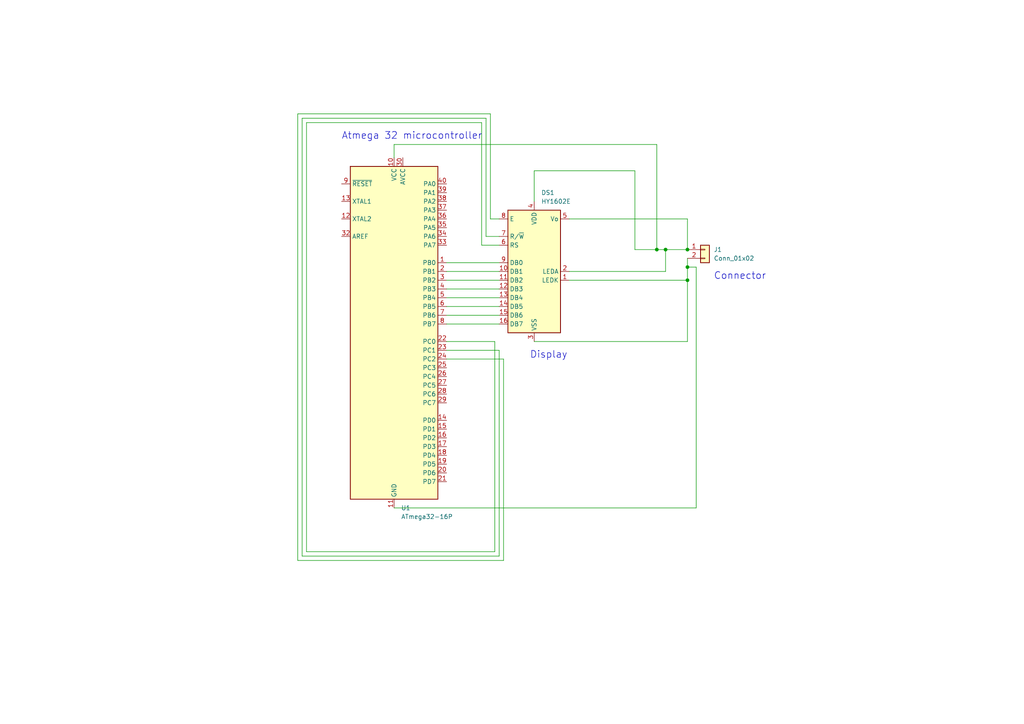
<source format=kicad_sch>
(kicad_sch (version 20211123) (generator eeschema)

  (uuid 5560de18-83fb-46a1-9198-223ad0de843c)

  (paper "A4")

  (title_block
    (title "Display")
    (company "Group 13")
  )

  (lib_symbols
    (symbol "Connector_Generic:Conn_01x02" (pin_names (offset 1.016) hide) (in_bom yes) (on_board yes)
      (property "Reference" "J" (id 0) (at 0 2.54 0)
        (effects (font (size 1.27 1.27)))
      )
      (property "Value" "Conn_01x02" (id 1) (at 0 -5.08 0)
        (effects (font (size 1.27 1.27)))
      )
      (property "Footprint" "" (id 2) (at 0 0 0)
        (effects (font (size 1.27 1.27)) hide)
      )
      (property "Datasheet" "~" (id 3) (at 0 0 0)
        (effects (font (size 1.27 1.27)) hide)
      )
      (property "ki_keywords" "connector" (id 4) (at 0 0 0)
        (effects (font (size 1.27 1.27)) hide)
      )
      (property "ki_description" "Generic connector, single row, 01x02, script generated (kicad-library-utils/schlib/autogen/connector/)" (id 5) (at 0 0 0)
        (effects (font (size 1.27 1.27)) hide)
      )
      (property "ki_fp_filters" "Connector*:*_1x??_*" (id 6) (at 0 0 0)
        (effects (font (size 1.27 1.27)) hide)
      )
      (symbol "Conn_01x02_1_1"
        (rectangle (start -1.27 -2.413) (end 0 -2.667)
          (stroke (width 0.1524) (type default) (color 0 0 0 0))
          (fill (type none))
        )
        (rectangle (start -1.27 0.127) (end 0 -0.127)
          (stroke (width 0.1524) (type default) (color 0 0 0 0))
          (fill (type none))
        )
        (rectangle (start -1.27 1.27) (end 1.27 -3.81)
          (stroke (width 0.254) (type default) (color 0 0 0 0))
          (fill (type background))
        )
        (pin passive line (at -5.08 0 0) (length 3.81)
          (name "Pin_1" (effects (font (size 1.27 1.27))))
          (number "1" (effects (font (size 1.27 1.27))))
        )
        (pin passive line (at -5.08 -2.54 0) (length 3.81)
          (name "Pin_2" (effects (font (size 1.27 1.27))))
          (number "2" (effects (font (size 1.27 1.27))))
        )
      )
    )
    (symbol "Display_Character:HY1602E" (in_bom yes) (on_board yes)
      (property "Reference" "DS" (id 0) (at -6.096 19.05 0)
        (effects (font (size 1.27 1.27)))
      )
      (property "Value" "HY1602E" (id 1) (at 5.08 19.05 0)
        (effects (font (size 1.27 1.27)))
      )
      (property "Footprint" "Display:HY1602E" (id 2) (at 0 -22.86 0)
        (effects (font (size 1.27 1.27) italic) hide)
      )
      (property "Datasheet" "http://www.icbank.com/data/ICBShop/board/HY1602E.pdf" (id 3) (at 5.08 2.54 0)
        (effects (font (size 1.27 1.27)) hide)
      )
      (property "ki_keywords" "display LCD 7-segment" (id 4) (at 0 0 0)
        (effects (font (size 1.27 1.27)) hide)
      )
      (property "ki_description" "LCD 16x2 Alphanumeric 16pin Blue/Yellow/Green Backlight, 8bit parallel, 5V VDD" (id 5) (at 0 0 0)
        (effects (font (size 1.27 1.27)) hide)
      )
      (property "ki_fp_filters" "*HY1602E*" (id 6) (at 0 0 0)
        (effects (font (size 1.27 1.27)) hide)
      )
      (symbol "HY1602E_0_1"
        (rectangle (start -7.62 17.78) (end 7.62 -17.78)
          (stroke (width 0.254) (type default) (color 0 0 0 0))
          (fill (type background))
        )
      )
      (symbol "HY1602E_1_1"
        (pin passive line (at 10.16 -2.54 180) (length 2.54)
          (name "LEDK" (effects (font (size 1.27 1.27))))
          (number "1" (effects (font (size 1.27 1.27))))
        )
        (pin bidirectional line (at -10.16 0 0) (length 2.54)
          (name "DB1" (effects (font (size 1.27 1.27))))
          (number "10" (effects (font (size 1.27 1.27))))
        )
        (pin bidirectional line (at -10.16 -2.54 0) (length 2.54)
          (name "DB2" (effects (font (size 1.27 1.27))))
          (number "11" (effects (font (size 1.27 1.27))))
        )
        (pin bidirectional line (at -10.16 -5.08 0) (length 2.54)
          (name "DB3" (effects (font (size 1.27 1.27))))
          (number "12" (effects (font (size 1.27 1.27))))
        )
        (pin bidirectional line (at -10.16 -7.62 0) (length 2.54)
          (name "DB4" (effects (font (size 1.27 1.27))))
          (number "13" (effects (font (size 1.27 1.27))))
        )
        (pin bidirectional line (at -10.16 -10.16 0) (length 2.54)
          (name "DB5" (effects (font (size 1.27 1.27))))
          (number "14" (effects (font (size 1.27 1.27))))
        )
        (pin bidirectional line (at -10.16 -12.7 0) (length 2.54)
          (name "DB6" (effects (font (size 1.27 1.27))))
          (number "15" (effects (font (size 1.27 1.27))))
        )
        (pin bidirectional line (at -10.16 -15.24 0) (length 2.54)
          (name "DB7" (effects (font (size 1.27 1.27))))
          (number "16" (effects (font (size 1.27 1.27))))
        )
        (pin passive line (at 10.16 0 180) (length 2.54)
          (name "LEDA" (effects (font (size 1.27 1.27))))
          (number "2" (effects (font (size 1.27 1.27))))
        )
        (pin power_in line (at 0 -20.32 90) (length 2.54)
          (name "VSS" (effects (font (size 1.27 1.27))))
          (number "3" (effects (font (size 1.27 1.27))))
        )
        (pin power_in line (at 0 20.32 270) (length 2.54)
          (name "VDD" (effects (font (size 1.27 1.27))))
          (number "4" (effects (font (size 1.27 1.27))))
        )
        (pin input line (at 10.16 15.24 180) (length 2.54)
          (name "Vo" (effects (font (size 1.27 1.27))))
          (number "5" (effects (font (size 1.27 1.27))))
        )
        (pin input line (at -10.16 7.62 0) (length 2.54)
          (name "RS" (effects (font (size 1.27 1.27))))
          (number "6" (effects (font (size 1.27 1.27))))
        )
        (pin input line (at -10.16 10.16 0) (length 2.54)
          (name "R/~{W}" (effects (font (size 1.27 1.27))))
          (number "7" (effects (font (size 1.27 1.27))))
        )
        (pin input line (at -10.16 15.24 0) (length 2.54)
          (name "E" (effects (font (size 1.27 1.27))))
          (number "8" (effects (font (size 1.27 1.27))))
        )
        (pin bidirectional line (at -10.16 2.54 0) (length 2.54)
          (name "DB0" (effects (font (size 1.27 1.27))))
          (number "9" (effects (font (size 1.27 1.27))))
        )
      )
    )
    (symbol "MCU_Microchip_ATmega:ATmega32-16P" (in_bom yes) (on_board yes)
      (property "Reference" "U" (id 0) (at -12.7 49.53 0)
        (effects (font (size 1.27 1.27)) (justify left bottom))
      )
      (property "Value" "ATmega32-16P" (id 1) (at 2.54 -49.53 0)
        (effects (font (size 1.27 1.27)) (justify left top))
      )
      (property "Footprint" "Package_DIP:DIP-40_W15.24mm" (id 2) (at 0 0 0)
        (effects (font (size 1.27 1.27) italic) hide)
      )
      (property "Datasheet" "http://ww1.microchip.com/downloads/en/DeviceDoc/doc2503.pdf" (id 3) (at 0 0 0)
        (effects (font (size 1.27 1.27)) hide)
      )
      (property "ki_keywords" "AVR 8bit Microcontroller MegaAVR" (id 4) (at 0 0 0)
        (effects (font (size 1.27 1.27)) hide)
      )
      (property "ki_description" "16MHz, 32kB Flash, 2kB SRAM, 1kB EEPROM, JTAG, DIP-40" (id 5) (at 0 0 0)
        (effects (font (size 1.27 1.27)) hide)
      )
      (property "ki_fp_filters" "DIP*W15.24mm*" (id 6) (at 0 0 0)
        (effects (font (size 1.27 1.27)) hide)
      )
      (symbol "ATmega32-16P_0_1"
        (rectangle (start -12.7 -48.26) (end 12.7 48.26)
          (stroke (width 0.254) (type default) (color 0 0 0 0))
          (fill (type background))
        )
      )
      (symbol "ATmega32-16P_1_1"
        (pin bidirectional line (at 15.24 20.32 180) (length 2.54)
          (name "PB0" (effects (font (size 1.27 1.27))))
          (number "1" (effects (font (size 1.27 1.27))))
        )
        (pin power_in line (at 0 50.8 270) (length 2.54)
          (name "VCC" (effects (font (size 1.27 1.27))))
          (number "10" (effects (font (size 1.27 1.27))))
        )
        (pin power_in line (at 0 -50.8 90) (length 2.54)
          (name "GND" (effects (font (size 1.27 1.27))))
          (number "11" (effects (font (size 1.27 1.27))))
        )
        (pin output line (at -15.24 33.02 0) (length 2.54)
          (name "XTAL2" (effects (font (size 1.27 1.27))))
          (number "12" (effects (font (size 1.27 1.27))))
        )
        (pin input line (at -15.24 38.1 0) (length 2.54)
          (name "XTAL1" (effects (font (size 1.27 1.27))))
          (number "13" (effects (font (size 1.27 1.27))))
        )
        (pin bidirectional line (at 15.24 -25.4 180) (length 2.54)
          (name "PD0" (effects (font (size 1.27 1.27))))
          (number "14" (effects (font (size 1.27 1.27))))
        )
        (pin bidirectional line (at 15.24 -27.94 180) (length 2.54)
          (name "PD1" (effects (font (size 1.27 1.27))))
          (number "15" (effects (font (size 1.27 1.27))))
        )
        (pin bidirectional line (at 15.24 -30.48 180) (length 2.54)
          (name "PD2" (effects (font (size 1.27 1.27))))
          (number "16" (effects (font (size 1.27 1.27))))
        )
        (pin bidirectional line (at 15.24 -33.02 180) (length 2.54)
          (name "PD3" (effects (font (size 1.27 1.27))))
          (number "17" (effects (font (size 1.27 1.27))))
        )
        (pin bidirectional line (at 15.24 -35.56 180) (length 2.54)
          (name "PD4" (effects (font (size 1.27 1.27))))
          (number "18" (effects (font (size 1.27 1.27))))
        )
        (pin bidirectional line (at 15.24 -38.1 180) (length 2.54)
          (name "PD5" (effects (font (size 1.27 1.27))))
          (number "19" (effects (font (size 1.27 1.27))))
        )
        (pin bidirectional line (at 15.24 17.78 180) (length 2.54)
          (name "PB1" (effects (font (size 1.27 1.27))))
          (number "2" (effects (font (size 1.27 1.27))))
        )
        (pin bidirectional line (at 15.24 -40.64 180) (length 2.54)
          (name "PD6" (effects (font (size 1.27 1.27))))
          (number "20" (effects (font (size 1.27 1.27))))
        )
        (pin bidirectional line (at 15.24 -43.18 180) (length 2.54)
          (name "PD7" (effects (font (size 1.27 1.27))))
          (number "21" (effects (font (size 1.27 1.27))))
        )
        (pin bidirectional line (at 15.24 -2.54 180) (length 2.54)
          (name "PC0" (effects (font (size 1.27 1.27))))
          (number "22" (effects (font (size 1.27 1.27))))
        )
        (pin bidirectional line (at 15.24 -5.08 180) (length 2.54)
          (name "PC1" (effects (font (size 1.27 1.27))))
          (number "23" (effects (font (size 1.27 1.27))))
        )
        (pin bidirectional line (at 15.24 -7.62 180) (length 2.54)
          (name "PC2" (effects (font (size 1.27 1.27))))
          (number "24" (effects (font (size 1.27 1.27))))
        )
        (pin bidirectional line (at 15.24 -10.16 180) (length 2.54)
          (name "PC3" (effects (font (size 1.27 1.27))))
          (number "25" (effects (font (size 1.27 1.27))))
        )
        (pin bidirectional line (at 15.24 -12.7 180) (length 2.54)
          (name "PC4" (effects (font (size 1.27 1.27))))
          (number "26" (effects (font (size 1.27 1.27))))
        )
        (pin bidirectional line (at 15.24 -15.24 180) (length 2.54)
          (name "PC5" (effects (font (size 1.27 1.27))))
          (number "27" (effects (font (size 1.27 1.27))))
        )
        (pin bidirectional line (at 15.24 -17.78 180) (length 2.54)
          (name "PC6" (effects (font (size 1.27 1.27))))
          (number "28" (effects (font (size 1.27 1.27))))
        )
        (pin bidirectional line (at 15.24 -20.32 180) (length 2.54)
          (name "PC7" (effects (font (size 1.27 1.27))))
          (number "29" (effects (font (size 1.27 1.27))))
        )
        (pin bidirectional line (at 15.24 15.24 180) (length 2.54)
          (name "PB2" (effects (font (size 1.27 1.27))))
          (number "3" (effects (font (size 1.27 1.27))))
        )
        (pin power_in line (at 2.54 50.8 270) (length 2.54)
          (name "AVCC" (effects (font (size 1.27 1.27))))
          (number "30" (effects (font (size 1.27 1.27))))
        )
        (pin passive line (at 0 -50.8 90) (length 2.54) hide
          (name "GND" (effects (font (size 1.27 1.27))))
          (number "31" (effects (font (size 1.27 1.27))))
        )
        (pin passive line (at -15.24 27.94 0) (length 2.54)
          (name "AREF" (effects (font (size 1.27 1.27))))
          (number "32" (effects (font (size 1.27 1.27))))
        )
        (pin bidirectional line (at 15.24 25.4 180) (length 2.54)
          (name "PA7" (effects (font (size 1.27 1.27))))
          (number "33" (effects (font (size 1.27 1.27))))
        )
        (pin bidirectional line (at 15.24 27.94 180) (length 2.54)
          (name "PA6" (effects (font (size 1.27 1.27))))
          (number "34" (effects (font (size 1.27 1.27))))
        )
        (pin bidirectional line (at 15.24 30.48 180) (length 2.54)
          (name "PA5" (effects (font (size 1.27 1.27))))
          (number "35" (effects (font (size 1.27 1.27))))
        )
        (pin bidirectional line (at 15.24 33.02 180) (length 2.54)
          (name "PA4" (effects (font (size 1.27 1.27))))
          (number "36" (effects (font (size 1.27 1.27))))
        )
        (pin bidirectional line (at 15.24 35.56 180) (length 2.54)
          (name "PA3" (effects (font (size 1.27 1.27))))
          (number "37" (effects (font (size 1.27 1.27))))
        )
        (pin bidirectional line (at 15.24 38.1 180) (length 2.54)
          (name "PA2" (effects (font (size 1.27 1.27))))
          (number "38" (effects (font (size 1.27 1.27))))
        )
        (pin bidirectional line (at 15.24 40.64 180) (length 2.54)
          (name "PA1" (effects (font (size 1.27 1.27))))
          (number "39" (effects (font (size 1.27 1.27))))
        )
        (pin bidirectional line (at 15.24 12.7 180) (length 2.54)
          (name "PB3" (effects (font (size 1.27 1.27))))
          (number "4" (effects (font (size 1.27 1.27))))
        )
        (pin bidirectional line (at 15.24 43.18 180) (length 2.54)
          (name "PA0" (effects (font (size 1.27 1.27))))
          (number "40" (effects (font (size 1.27 1.27))))
        )
        (pin bidirectional line (at 15.24 10.16 180) (length 2.54)
          (name "PB4" (effects (font (size 1.27 1.27))))
          (number "5" (effects (font (size 1.27 1.27))))
        )
        (pin bidirectional line (at 15.24 7.62 180) (length 2.54)
          (name "PB5" (effects (font (size 1.27 1.27))))
          (number "6" (effects (font (size 1.27 1.27))))
        )
        (pin bidirectional line (at 15.24 5.08 180) (length 2.54)
          (name "PB6" (effects (font (size 1.27 1.27))))
          (number "7" (effects (font (size 1.27 1.27))))
        )
        (pin bidirectional line (at 15.24 2.54 180) (length 2.54)
          (name "PB7" (effects (font (size 1.27 1.27))))
          (number "8" (effects (font (size 1.27 1.27))))
        )
        (pin input line (at -15.24 43.18 0) (length 2.54)
          (name "~{RESET}" (effects (font (size 1.27 1.27))))
          (number "9" (effects (font (size 1.27 1.27))))
        )
      )
    )
  )

  (junction (at 199.39 72.39) (diameter 0) (color 0 0 0 0)
    (uuid 370fe0bc-ac91-454e-ae78-6c61c37ba3f5)
  )
  (junction (at 190.5 72.39) (diameter 0) (color 0 0 0 0)
    (uuid 8364303f-b20c-46bc-99f4-6a4c60788826)
  )
  (junction (at 199.39 81.28) (diameter 0) (color 0 0 0 0)
    (uuid b7fbcf1f-36ae-4573-864d-cdbda600881e)
  )
  (junction (at 199.39 77.47) (diameter 0) (color 0 0 0 0)
    (uuid c4018634-8ad4-4488-a0c0-5a27ee9f93f1)
  )
  (junction (at 193.04 72.39) (diameter 0) (color 0 0 0 0)
    (uuid e8dc5d6a-16dc-4730-97f5-168702fb9a5f)
  )

  (wire (pts (xy 129.54 81.28) (xy 144.78 81.28))
    (stroke (width 0) (type default) (color 0 0 0 0))
    (uuid 01f3c8f4-d1a6-43b7-a453-18fedf8f8dac)
  )
  (wire (pts (xy 140.97 34.29) (xy 87.63 34.29))
    (stroke (width 0) (type default) (color 0 0 0 0))
    (uuid 0660bc67-15e9-4563-8744-b3bcb45a5931)
  )
  (wire (pts (xy 144.78 68.58) (xy 140.97 68.58))
    (stroke (width 0) (type default) (color 0 0 0 0))
    (uuid 0d95dcc3-23b0-4bf5-a511-cae85523e2dd)
  )
  (wire (pts (xy 144.78 101.6) (xy 129.54 101.6))
    (stroke (width 0) (type default) (color 0 0 0 0))
    (uuid 19d9a6ac-ab40-4098-af42-3055f371df97)
  )
  (wire (pts (xy 129.54 88.9) (xy 144.78 88.9))
    (stroke (width 0) (type default) (color 0 0 0 0))
    (uuid 1b8207cc-0c5d-48b0-82f9-30133c1d4405)
  )
  (wire (pts (xy 143.51 160.02) (xy 143.51 99.06))
    (stroke (width 0) (type default) (color 0 0 0 0))
    (uuid 1bc2fbc2-0356-4de3-bb23-f5bdb47e6440)
  )
  (wire (pts (xy 114.3 45.72) (xy 114.3 41.91))
    (stroke (width 0) (type default) (color 0 0 0 0))
    (uuid 2484e166-93be-498a-a019-2fffca4d9eff)
  )
  (wire (pts (xy 154.94 99.06) (xy 199.39 99.06))
    (stroke (width 0) (type default) (color 0 0 0 0))
    (uuid 26ce6b5b-5b9c-46c2-b805-f66e835077fd)
  )
  (wire (pts (xy 199.39 77.47) (xy 199.39 74.93))
    (stroke (width 0) (type default) (color 0 0 0 0))
    (uuid 2d2289b8-0761-4d2b-87a5-bb5dac199a0d)
  )
  (wire (pts (xy 142.24 63.5) (xy 142.24 33.02))
    (stroke (width 0) (type default) (color 0 0 0 0))
    (uuid 2dda55aa-7679-4bbc-bdf6-fc5cb1343096)
  )
  (wire (pts (xy 129.54 76.2) (xy 144.78 76.2))
    (stroke (width 0) (type default) (color 0 0 0 0))
    (uuid 3a00ebf0-5008-4edd-be59-69fa25dbee4d)
  )
  (wire (pts (xy 146.05 104.14) (xy 129.54 104.14))
    (stroke (width 0) (type default) (color 0 0 0 0))
    (uuid 3a5b22df-7175-40f7-989c-47cda9e868f2)
  )
  (wire (pts (xy 154.94 49.53) (xy 184.15 49.53))
    (stroke (width 0) (type default) (color 0 0 0 0))
    (uuid 3dd57ccf-7d9d-494d-b77f-b5ea491b6282)
  )
  (wire (pts (xy 144.78 63.5) (xy 142.24 63.5))
    (stroke (width 0) (type default) (color 0 0 0 0))
    (uuid 402c87d2-3674-42ff-876b-5e90840c60c9)
  )
  (wire (pts (xy 154.94 58.42) (xy 154.94 49.53))
    (stroke (width 0) (type default) (color 0 0 0 0))
    (uuid 46deb282-685d-42a4-9e3a-fe78ad8fd14b)
  )
  (wire (pts (xy 139.7 35.56) (xy 88.9 35.56))
    (stroke (width 0) (type default) (color 0 0 0 0))
    (uuid 488eb3fd-c2fd-41fb-96e7-f3c7e26e08bb)
  )
  (wire (pts (xy 139.7 71.12) (xy 139.7 35.56))
    (stroke (width 0) (type default) (color 0 0 0 0))
    (uuid 4cdcdf63-1298-4a20-b4b8-fbe7941de560)
  )
  (wire (pts (xy 199.39 81.28) (xy 199.39 77.47))
    (stroke (width 0) (type default) (color 0 0 0 0))
    (uuid 4fd5cc0a-bed4-42c6-9719-1ba646674af5)
  )
  (wire (pts (xy 193.04 72.39) (xy 199.39 72.39))
    (stroke (width 0) (type default) (color 0 0 0 0))
    (uuid 595c773d-3d92-47d8-a5eb-cba930f58bf9)
  )
  (wire (pts (xy 88.9 160.02) (xy 143.51 160.02))
    (stroke (width 0) (type default) (color 0 0 0 0))
    (uuid 626ceeba-332b-4654-ad90-7e5410d621b8)
  )
  (wire (pts (xy 201.93 147.32) (xy 201.93 77.47))
    (stroke (width 0) (type default) (color 0 0 0 0))
    (uuid 68d35f3e-1c4c-4f4a-bc7b-c298aceab788)
  )
  (wire (pts (xy 129.54 78.74) (xy 144.78 78.74))
    (stroke (width 0) (type default) (color 0 0 0 0))
    (uuid 74dbef10-f2d7-4017-8f6d-f86f0ffb4efa)
  )
  (wire (pts (xy 165.1 63.5) (xy 199.39 63.5))
    (stroke (width 0) (type default) (color 0 0 0 0))
    (uuid 7670b56e-b00c-42b6-9e8b-1b5a56180f12)
  )
  (wire (pts (xy 140.97 68.58) (xy 140.97 34.29))
    (stroke (width 0) (type default) (color 0 0 0 0))
    (uuid 83b50ac3-93bb-407c-9db8-1ac741d2ff43)
  )
  (wire (pts (xy 86.36 162.56) (xy 146.05 162.56))
    (stroke (width 0) (type default) (color 0 0 0 0))
    (uuid 867abda0-4c7b-47ae-bcd0-d937ba92eb79)
  )
  (wire (pts (xy 190.5 72.39) (xy 193.04 72.39))
    (stroke (width 0) (type default) (color 0 0 0 0))
    (uuid 890952a0-7164-471b-a7dc-54304d732b0e)
  )
  (wire (pts (xy 193.04 78.74) (xy 193.04 72.39))
    (stroke (width 0) (type default) (color 0 0 0 0))
    (uuid 8ab35d34-8422-4640-ac6e-c3fa74162bb9)
  )
  (wire (pts (xy 184.15 72.39) (xy 190.5 72.39))
    (stroke (width 0) (type default) (color 0 0 0 0))
    (uuid 8ebea9c5-13eb-4470-b20d-282be417fb21)
  )
  (wire (pts (xy 199.39 99.06) (xy 199.39 81.28))
    (stroke (width 0) (type default) (color 0 0 0 0))
    (uuid 95d45b15-d7b6-4f3c-9f26-16ef059aee41)
  )
  (wire (pts (xy 114.3 147.32) (xy 201.93 147.32))
    (stroke (width 0) (type default) (color 0 0 0 0))
    (uuid 98888336-2342-43eb-835d-f13828d7c9ab)
  )
  (wire (pts (xy 129.54 86.36) (xy 144.78 86.36))
    (stroke (width 0) (type default) (color 0 0 0 0))
    (uuid 9c7f6315-c8be-4320-9e1f-b3fa4cbd7d9e)
  )
  (wire (pts (xy 190.5 41.91) (xy 190.5 72.39))
    (stroke (width 0) (type default) (color 0 0 0 0))
    (uuid ad915fdb-d1b4-4b87-9301-9d71af4b7881)
  )
  (wire (pts (xy 114.3 41.91) (xy 190.5 41.91))
    (stroke (width 0) (type default) (color 0 0 0 0))
    (uuid bed776a7-bd4b-46cb-a143-b8a4b0eb2fae)
  )
  (wire (pts (xy 199.39 63.5) (xy 199.39 72.39))
    (stroke (width 0) (type default) (color 0 0 0 0))
    (uuid c1f67929-bebe-4f6b-88aa-0a2401fd4282)
  )
  (wire (pts (xy 87.63 34.29) (xy 87.63 161.29))
    (stroke (width 0) (type default) (color 0 0 0 0))
    (uuid c4a8af33-55ca-48d6-8ecd-6baaac340bb7)
  )
  (wire (pts (xy 129.54 83.82) (xy 144.78 83.82))
    (stroke (width 0) (type default) (color 0 0 0 0))
    (uuid ce16fd1d-25ad-4357-82f8-0e243df3b419)
  )
  (wire (pts (xy 201.93 77.47) (xy 199.39 77.47))
    (stroke (width 0) (type default) (color 0 0 0 0))
    (uuid d2275c4c-2328-4705-b07b-14ac0279174b)
  )
  (wire (pts (xy 88.9 35.56) (xy 88.9 160.02))
    (stroke (width 0) (type default) (color 0 0 0 0))
    (uuid d5cb0a81-2261-4da9-b992-bdefe94ede9e)
  )
  (wire (pts (xy 144.78 161.29) (xy 144.78 101.6))
    (stroke (width 0) (type default) (color 0 0 0 0))
    (uuid d658ff81-2eaa-4735-a683-fbbc42ac5d52)
  )
  (wire (pts (xy 86.36 33.02) (xy 86.36 162.56))
    (stroke (width 0) (type default) (color 0 0 0 0))
    (uuid e12a7fff-3092-40b2-905e-9d9fb39db404)
  )
  (wire (pts (xy 143.51 99.06) (xy 129.54 99.06))
    (stroke (width 0) (type default) (color 0 0 0 0))
    (uuid e9915358-3111-47ad-a7ce-8c7ec5234c7c)
  )
  (wire (pts (xy 129.54 93.98) (xy 144.78 93.98))
    (stroke (width 0) (type default) (color 0 0 0 0))
    (uuid ea1dbfb6-f184-4e89-9c92-7df89d1adc79)
  )
  (wire (pts (xy 165.1 78.74) (xy 193.04 78.74))
    (stroke (width 0) (type default) (color 0 0 0 0))
    (uuid ed075634-dcb7-4d67-b5f8-a64a893b7cf8)
  )
  (wire (pts (xy 165.1 81.28) (xy 199.39 81.28))
    (stroke (width 0) (type default) (color 0 0 0 0))
    (uuid ef6ade66-0cc3-4b55-a7d6-3c1182e05929)
  )
  (wire (pts (xy 144.78 71.12) (xy 139.7 71.12))
    (stroke (width 0) (type default) (color 0 0 0 0))
    (uuid f2b81714-3ac5-4c8a-8371-7b166bb9bdf3)
  )
  (wire (pts (xy 87.63 161.29) (xy 144.78 161.29))
    (stroke (width 0) (type default) (color 0 0 0 0))
    (uuid f7b8a308-d720-4b04-9248-413cb161658a)
  )
  (wire (pts (xy 142.24 33.02) (xy 86.36 33.02))
    (stroke (width 0) (type default) (color 0 0 0 0))
    (uuid f8806f58-83a2-46c9-8122-1f3474b9af01)
  )
  (wire (pts (xy 146.05 162.56) (xy 146.05 104.14))
    (stroke (width 0) (type default) (color 0 0 0 0))
    (uuid f93d5357-d82b-434e-98c1-5af9431d28e6)
  )
  (wire (pts (xy 184.15 49.53) (xy 184.15 72.39))
    (stroke (width 0) (type default) (color 0 0 0 0))
    (uuid fa7d2907-0218-4e14-82d1-6c6de0ab9288)
  )
  (wire (pts (xy 129.54 91.44) (xy 144.78 91.44))
    (stroke (width 0) (type default) (color 0 0 0 0))
    (uuid fd37fc28-bc52-438b-a1d2-21893c2f1c73)
  )

  (text "Connector" (at 207.01 81.28 0)
    (effects (font (size 2 2)) (justify left bottom))
    (uuid 68a4e614-a2b8-4664-89f2-0706b40efc9f)
  )
  (text "Display" (at 153.67 104.14 0)
    (effects (font (size 2 2)) (justify left bottom))
    (uuid 9c321cd7-d269-410a-867c-f30243d86062)
  )
  (text "Atmega 32 microcontroller" (at 99.06 40.64 0)
    (effects (font (size 2 2)) (justify left bottom))
    (uuid a7645d28-769e-431b-b3b1-0b59f5f60a63)
  )

  (symbol (lib_id "MCU_Microchip_ATmega:ATmega32-16P") (at 114.3 96.52 0) (unit 1)
    (in_bom yes) (on_board yes) (fields_autoplaced)
    (uuid 06a53e15-ca5e-40f2-9045-0c6bc9ac0ae3)
    (property "Reference" "U1" (id 0) (at 116.3194 147.32 0)
      (effects (font (size 1.27 1.27)) (justify left))
    )
    (property "Value" "ATmega32-16P" (id 1) (at 116.3194 149.86 0)
      (effects (font (size 1.27 1.27)) (justify left))
    )
    (property "Footprint" "Package_DIP:DIP-40_W15.24mm" (id 2) (at 114.3 96.52 0)
      (effects (font (size 1.27 1.27) italic) hide)
    )
    (property "Datasheet" "http://ww1.microchip.com/downloads/en/DeviceDoc/doc2503.pdf" (id 3) (at 114.3 96.52 0)
      (effects (font (size 1.27 1.27)) hide)
    )
    (pin "1" (uuid 3e013e0c-b530-4ba0-b757-a46ce8ac5298))
    (pin "10" (uuid 2595f4e4-3992-480f-a5c0-4ece0758d58b))
    (pin "11" (uuid 4da1b62c-f30e-4932-b8fa-eee1c9785e31))
    (pin "12" (uuid a9ba67d1-1363-491a-8220-d8ceaf996e51))
    (pin "13" (uuid 2bf28a48-0587-4ccd-b3b4-dd07c3afbc1f))
    (pin "14" (uuid 586aa785-0113-46b0-9e93-daf6a23b3fdf))
    (pin "15" (uuid f0d50afe-aed5-419a-bc02-069db7588371))
    (pin "16" (uuid ed73afed-b8d2-45c3-8fa9-3f077d3dc4e3))
    (pin "17" (uuid 6ef30487-b789-4c14-9e4a-cfca2f798d34))
    (pin "18" (uuid 988abfef-98b9-417d-9e54-7293e858c0a0))
    (pin "19" (uuid 22473e56-1c3d-455e-9753-5c87a60106de))
    (pin "2" (uuid 1cd60386-70ba-4d90-b991-e825c23ea9f1))
    (pin "20" (uuid c1763018-95ea-4714-8356-53fdf33f7f95))
    (pin "21" (uuid 7421b68d-f245-4108-bb94-6a3ce01a8ca5))
    (pin "22" (uuid bef50131-c886-45f0-86bb-c1c30cde40f0))
    (pin "23" (uuid 02bb4227-0b61-4461-b02e-3c2e58b8c96a))
    (pin "24" (uuid f981d514-7032-4573-9df8-cb5af19e3273))
    (pin "25" (uuid 8d53895b-112a-4043-b892-84f7a029e6b7))
    (pin "26" (uuid 766d5238-8479-4389-bf55-c2abb2ed5dfa))
    (pin "27" (uuid 8cbda728-c7f6-44fd-a7ee-38478da51325))
    (pin "28" (uuid 2abf95bd-892c-4c84-9f84-90fddde0963e))
    (pin "29" (uuid 1f48f2d4-7578-4914-94ee-f6786d7e77d9))
    (pin "3" (uuid 21f4641c-110d-4a3a-9221-4c135b29ccdf))
    (pin "30" (uuid f166eba7-befd-40ad-99d0-a7e0f9cf12d7))
    (pin "31" (uuid 68a6c513-cd31-4fa1-ad76-aa5efe03ff3f))
    (pin "32" (uuid afe98550-c8de-4451-ac6e-0f40da4fc146))
    (pin "33" (uuid 7f8935cc-2bb1-44df-9f1b-e40cd62d4f29))
    (pin "34" (uuid a517ab91-9a34-499a-bcc4-32746f86afb6))
    (pin "35" (uuid 00fd69a4-180a-4064-ad07-bace461fe6cf))
    (pin "36" (uuid 09baddc7-46d7-4cf8-8247-98475ef349d4))
    (pin "37" (uuid 3ee3544c-193e-42a9-b352-827a67ebe8a4))
    (pin "38" (uuid 122ede4b-2c37-40ca-8772-2984d2847130))
    (pin "39" (uuid 6472a891-4bef-444f-bfb1-3ee3c516d03b))
    (pin "4" (uuid ea2cdda4-7ea8-40ea-bf8e-542f667e2eea))
    (pin "40" (uuid 8fb7b4bd-7d30-4db5-b64e-8345c7ce3696))
    (pin "5" (uuid 08d0ce10-03e9-4d04-9bec-3b577b70f34f))
    (pin "6" (uuid 657c7a29-2f9d-4a99-ad11-e0d582ed8b7d))
    (pin "7" (uuid 111adf79-1bf2-453a-b117-5677328bc9d9))
    (pin "8" (uuid c3f80370-0b05-43c4-bf02-dac431c42366))
    (pin "9" (uuid bd91a9d0-bf95-441e-bc85-26b39eb18e98))
  )

  (symbol (lib_id "Connector_Generic:Conn_01x02") (at 204.47 72.39 0) (unit 1)
    (in_bom yes) (on_board yes) (fields_autoplaced)
    (uuid 1e582906-a68f-48c1-b65b-2f8aed8d4241)
    (property "Reference" "J1" (id 0) (at 207.01 72.3899 0)
      (effects (font (size 1.27 1.27)) (justify left))
    )
    (property "Value" "Conn_01x02" (id 1) (at 207.01 74.9299 0)
      (effects (font (size 1.27 1.27)) (justify left))
    )
    (property "Footprint" "Connector_PinHeader_2.54mm:PinHeader_1x02_P2.54mm_Vertical" (id 2) (at 204.47 72.39 0)
      (effects (font (size 1.27 1.27)) hide)
    )
    (property "Datasheet" "~" (id 3) (at 204.47 72.39 0)
      (effects (font (size 1.27 1.27)) hide)
    )
    (pin "1" (uuid cdfb42be-b8ae-4a44-bd7b-ca4f686d2d78))
    (pin "2" (uuid e6093a12-3476-4306-979f-d9fd01f1ef5e))
  )

  (symbol (lib_id "Display_Character:HY1602E") (at 154.94 78.74 0) (unit 1)
    (in_bom yes) (on_board yes) (fields_autoplaced)
    (uuid d64fd28f-6805-42ea-90f9-93df6fca0704)
    (property "Reference" "DS1" (id 0) (at 156.9594 55.88 0)
      (effects (font (size 1.27 1.27)) (justify left))
    )
    (property "Value" "HY1602E" (id 1) (at 156.9594 58.42 0)
      (effects (font (size 1.27 1.27)) (justify left))
    )
    (property "Footprint" "Display:HY1602E" (id 2) (at 154.94 101.6 0)
      (effects (font (size 1.27 1.27) italic) hide)
    )
    (property "Datasheet" "http://www.icbank.com/data/ICBShop/board/HY1602E.pdf" (id 3) (at 160.02 76.2 0)
      (effects (font (size 1.27 1.27)) hide)
    )
    (pin "1" (uuid d505c13a-b379-45b3-a000-ead56f2e13f2))
    (pin "10" (uuid 749792e0-6058-4230-8b20-6a326a32f8ab))
    (pin "11" (uuid 753c16a8-2df3-4004-b1bc-c8efd630faf5))
    (pin "12" (uuid f93729e1-7c35-4ebe-af00-b378bb29f059))
    (pin "13" (uuid b171d5d8-847e-48e6-8717-d4677f1b0401))
    (pin "14" (uuid 948338bd-5e0d-4080-b9de-f998ea0e6019))
    (pin "15" (uuid a71210d6-f718-4547-876c-a9ad0830e92c))
    (pin "16" (uuid 35e4b86e-f181-4145-a243-8801db447348))
    (pin "2" (uuid e985dd54-d029-414e-a57b-c52ac73c410d))
    (pin "3" (uuid 79957a18-b791-4a47-82be-b4070261feb6))
    (pin "4" (uuid 4389c0b3-b615-4544-bc67-97c9e97c587e))
    (pin "5" (uuid 770cadb5-580b-4947-9dc0-27d8b0e3ae95))
    (pin "6" (uuid 837f68ef-f2b3-4470-933c-e36e3f372366))
    (pin "7" (uuid 975d1802-fc2f-436d-893b-5c2351e06ddc))
    (pin "8" (uuid 1d4e4b4b-5ce5-4994-bc3c-7f2f8b59c775))
    (pin "9" (uuid 53b20744-ba69-4d45-9c04-d9d8ad8727a5))
  )

  (sheet_instances
    (path "/" (page "1"))
  )

  (symbol_instances
    (path "/d64fd28f-6805-42ea-90f9-93df6fca0704"
      (reference "DS1") (unit 1) (value "HY1602E") (footprint "Display:HY1602E")
    )
    (path "/1e582906-a68f-48c1-b65b-2f8aed8d4241"
      (reference "J1") (unit 1) (value "Conn_01x02") (footprint "Connector_PinHeader_2.54mm:PinHeader_1x02_P2.54mm_Vertical")
    )
    (path "/06a53e15-ca5e-40f2-9045-0c6bc9ac0ae3"
      (reference "U1") (unit 1) (value "ATmega32-16P") (footprint "Package_DIP:DIP-40_W15.24mm")
    )
  )
)

</source>
